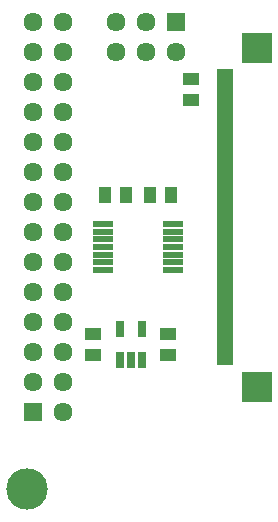
<source format=gts>
G75*
G70*
%OFA0B0*%
%FSLAX24Y24*%
%IPPOS*%
%LPD*%
%AMOC8*
5,1,8,0,0,1.08239X$1,22.5*
%
%ADD10R,0.0635X0.0635*%
%ADD11C,0.0635*%
%ADD12R,0.0552X0.0197*%
%ADD13R,0.1025X0.1025*%
%ADD14R,0.0297X0.0552*%
%ADD15R,0.0552X0.0395*%
%ADD16R,0.0710X0.0237*%
%ADD17R,0.0395X0.0552*%
%ADD18C,0.1380*%
D10*
X001595Y003953D03*
X006345Y016953D03*
D11*
X006345Y015953D03*
X005345Y015953D03*
X005345Y016953D03*
X004345Y016953D03*
X004345Y015953D03*
X002595Y015953D03*
X002595Y016953D03*
X001595Y016953D03*
X001595Y015953D03*
X001595Y014953D03*
X001595Y013953D03*
X001595Y012953D03*
X001595Y011953D03*
X001595Y010953D03*
X001595Y009953D03*
X001595Y008953D03*
X001595Y007953D03*
X001595Y006953D03*
X001595Y005953D03*
X001595Y004953D03*
X002595Y004953D03*
X002595Y005953D03*
X002595Y006953D03*
X002595Y007953D03*
X002595Y008953D03*
X002595Y009953D03*
X002595Y010953D03*
X002595Y011953D03*
X002595Y012953D03*
X002595Y013953D03*
X002595Y014953D03*
X002595Y003953D03*
D12*
X007977Y005630D03*
X007977Y005827D03*
X007977Y006024D03*
X007977Y006221D03*
X007977Y006418D03*
X007977Y006614D03*
X007977Y006811D03*
X007977Y007008D03*
X007977Y007205D03*
X007977Y007402D03*
X007977Y007599D03*
X007977Y007796D03*
X007977Y007992D03*
X007977Y008189D03*
X007977Y008386D03*
X007977Y008583D03*
X007977Y008780D03*
X007977Y008977D03*
X007977Y009174D03*
X007977Y009370D03*
X007977Y009567D03*
X007977Y009764D03*
X007977Y009961D03*
X007977Y010158D03*
X007977Y010355D03*
X007977Y010551D03*
X007977Y010748D03*
X007977Y010945D03*
X007977Y011142D03*
X007977Y011339D03*
X007977Y011536D03*
X007977Y011733D03*
X007977Y011929D03*
X007977Y012126D03*
X007977Y012323D03*
X007977Y012520D03*
X007977Y012717D03*
X007977Y012914D03*
X007977Y013111D03*
X007977Y013307D03*
X007977Y013504D03*
X007977Y013701D03*
X007977Y013898D03*
X007977Y014095D03*
X007977Y014292D03*
X007977Y014489D03*
X007977Y014685D03*
X007977Y014882D03*
X007977Y015079D03*
X007977Y015276D03*
D13*
X009040Y016103D03*
X009040Y004803D03*
D14*
X005219Y005691D03*
X004845Y005691D03*
X004471Y005691D03*
X004471Y006715D03*
X005219Y006715D03*
D15*
X006095Y006557D03*
X006095Y005849D03*
X003595Y005849D03*
X003595Y006557D03*
X006845Y014349D03*
X006845Y015057D03*
D16*
X006256Y010221D03*
X006256Y009965D03*
X006256Y009709D03*
X006256Y009453D03*
X006256Y009197D03*
X006256Y008941D03*
X006256Y008685D03*
X003933Y008685D03*
X003933Y008941D03*
X003933Y009197D03*
X003933Y009453D03*
X003933Y009709D03*
X003933Y009965D03*
X003933Y010221D03*
D17*
X003990Y011203D03*
X004699Y011203D03*
X005490Y011203D03*
X006199Y011203D03*
D18*
X001398Y001394D03*
M02*

</source>
